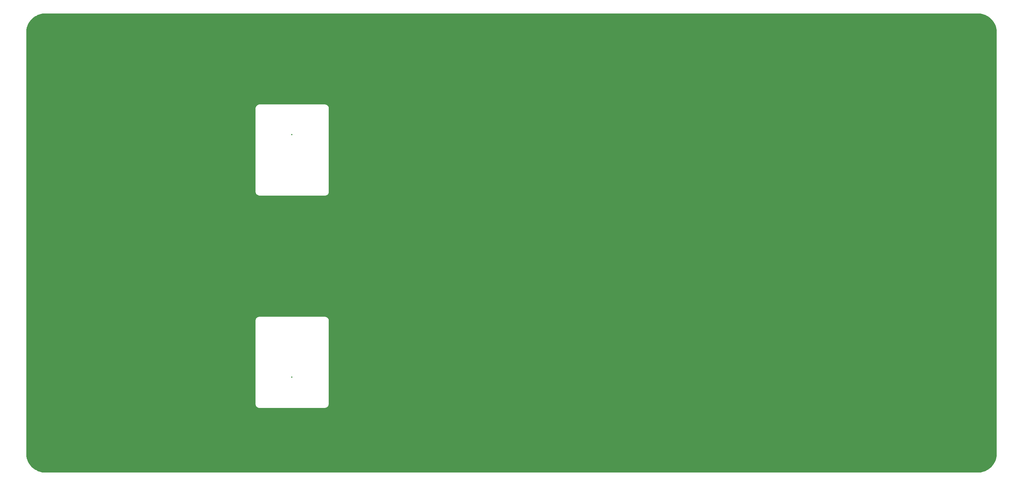
<source format=gbl>
%TF.GenerationSoftware,KiCad,Pcbnew,8.0.4*%
%TF.CreationDate,2024-09-14T13:16:14+09:30*%
%TF.ProjectId,Forte_PA_Deck,466f7274-655f-4504-915f-4465636b2e6b,1.0*%
%TF.SameCoordinates,Original*%
%TF.FileFunction,Copper,L2,Bot*%
%TF.FilePolarity,Positive*%
%FSLAX46Y46*%
G04 Gerber Fmt 4.6, Leading zero omitted, Abs format (unit mm)*
G04 Created by KiCad (PCBNEW 8.0.4) date 2024-09-14 13:16:14*
%MOMM*%
%LPD*%
G01*
G04 APERTURE LIST*
%TA.AperFunction,ComponentPad*%
%ADD10C,4.000000*%
%TD*%
%TA.AperFunction,ComponentPad*%
%ADD11O,1.600000X1.600000*%
%TD*%
%TA.AperFunction,ComponentPad*%
%ADD12O,2.500000X4.500000*%
%TD*%
%TA.AperFunction,ViaPad*%
%ADD13C,1.750000*%
%TD*%
%TA.AperFunction,ViaPad*%
%ADD14C,1.000000*%
%TD*%
%TA.AperFunction,ViaPad*%
%ADD15C,9.000000*%
%TD*%
%ADD16C,0.350000*%
G04 APERTURE END LIST*
D10*
%TO.P,J4,1,Pin_1*%
%TO.N,GND*%
X256790000Y-128000000D03*
X256790000Y-138800000D03*
X262000000Y-128000000D03*
X262000000Y-138800000D03*
X267210000Y-128000000D03*
X267210000Y-138800000D03*
%TD*%
D11*
%TO.P,TH1,2*%
%TO.N,GND*%
X94750000Y-54000000D03*
%TD*%
%TO.P,TH3,2*%
%TO.N,GND*%
X81750000Y-117440000D03*
%TD*%
D12*
%TO.P,Q2,2,S*%
%TO.N,GND*%
X94050000Y-108000000D03*
%TD*%
%TO.P,Q1,2,S*%
%TO.N,GND*%
X94050000Y-83800000D03*
%TD*%
D11*
%TO.P,TH2,2*%
%TO.N,GND*%
X81800000Y-74560000D03*
%TD*%
D13*
%TO.N,GND*%
X96000000Y-88500000D03*
D14*
X101828600Y-51054000D03*
X93065600Y-40335200D03*
X36550000Y-33250000D03*
X245850000Y-33250000D03*
X25000000Y-104050000D03*
X276250000Y-127700000D03*
D13*
X186750000Y-113000000D03*
D14*
X63231296Y-84974792D03*
X199500000Y-148000000D03*
X58250000Y-151500000D03*
D13*
X135166664Y-141750000D03*
X242916664Y-98250000D03*
D14*
X276250000Y-134600000D03*
D13*
X127249998Y-115750000D03*
X141583330Y-126000000D03*
D14*
X30750000Y-134750000D03*
X43000000Y-130000000D03*
X58500000Y-46750000D03*
X276250000Y-120800000D03*
X50250000Y-91050000D03*
X278750000Y-117700000D03*
X28000000Y-100550000D03*
X142350000Y-33250000D03*
X45750000Y-105550000D03*
X184550000Y-151500000D03*
X60550000Y-151500000D03*
D13*
X131583331Y-141750000D03*
X159500000Y-115750000D03*
X82000000Y-124250000D03*
D14*
X276250000Y-95500000D03*
X156150000Y-33250000D03*
X209850000Y-151500000D03*
D13*
X91500000Y-81500000D03*
X260833329Y-98250000D03*
D14*
X152000000Y-38000000D03*
D13*
X107400000Y-54600000D03*
D14*
X106000000Y-38000000D03*
X278750000Y-67450000D03*
X100507800Y-49149000D03*
X70500000Y-80750000D03*
X45750000Y-119350000D03*
D13*
X137999997Y-115750000D03*
X183583332Y-53000000D03*
D14*
X190300000Y-148000000D03*
X97200000Y-46900000D03*
X115750000Y-151500000D03*
X218250000Y-33250000D03*
D13*
X183333332Y-62250000D03*
X153333329Y-58750000D03*
D14*
X45750000Y-103250000D03*
D13*
X107150000Y-75600000D03*
X148749996Y-126000000D03*
D14*
X50250000Y-104850000D03*
X228250000Y-151500000D03*
X278750000Y-69750000D03*
X28000000Y-114350000D03*
D13*
X156916662Y-50000000D03*
D14*
X84407800Y-49149000D03*
X278750000Y-120000000D03*
D13*
X183749999Y-103250000D03*
D14*
X260450000Y-151500000D03*
X108850000Y-151500000D03*
X278750000Y-138400000D03*
D13*
X231416669Y-90750000D03*
D14*
X278750000Y-115400000D03*
X106800000Y-146500000D03*
X142800000Y-38000000D03*
X85850000Y-151500000D03*
D13*
X160500000Y-58750000D03*
X155916662Y-135500000D03*
X152333329Y-126000000D03*
D14*
X41600000Y-65600000D03*
D13*
X82000000Y-131750000D03*
D14*
X48750000Y-129750000D03*
D13*
X88166663Y-141750000D03*
D14*
X213650000Y-33250000D03*
X170750000Y-151500000D03*
X25000000Y-108650000D03*
X149250000Y-33250000D03*
D13*
X259000000Y-50083335D03*
D14*
X54250000Y-53000000D03*
X79200000Y-146500000D03*
X206400000Y-148000000D03*
X45750000Y-112450000D03*
X31700000Y-87750000D03*
X149700000Y-38000000D03*
D13*
X221416666Y-98250000D03*
D14*
X104500000Y-146500000D03*
X62850000Y-151500000D03*
X89450000Y-33250000D03*
D13*
X124416665Y-141750000D03*
X77416664Y-141750000D03*
X113666666Y-67250000D03*
D14*
X74200000Y-43200000D03*
X215950000Y-33250000D03*
D13*
X224999999Y-98250000D03*
D14*
X98207800Y-49149000D03*
X43750000Y-46000000D03*
X183400000Y-148000000D03*
X96350000Y-33250000D03*
X275750000Y-54700000D03*
X225150000Y-33250000D03*
X99900000Y-146500000D03*
X70500000Y-79250000D03*
X105550000Y-33250000D03*
X25000000Y-140850000D03*
X45750000Y-98650000D03*
D13*
X259000000Y-39333331D03*
X91500000Y-108750000D03*
D14*
X83550000Y-151500000D03*
D13*
X107150000Y-67350000D03*
D14*
X174800000Y-38000000D03*
D13*
X155916662Y-115750000D03*
D14*
X190900000Y-38000000D03*
X29750000Y-79250000D03*
X25000000Y-55750000D03*
X172250000Y-33250000D03*
X66500000Y-85500000D03*
X61515000Y-70060000D03*
X59750000Y-46750000D03*
X28000000Y-91350000D03*
D13*
X217833333Y-98250000D03*
D14*
X276250000Y-93200000D03*
X70500000Y-111250000D03*
D13*
X243450000Y-69950000D03*
D14*
X74350000Y-151500000D03*
D13*
X82000000Y-127750000D03*
D14*
X126700000Y-38000000D03*
X39000000Y-75000000D03*
D13*
X124666665Y-58750000D03*
D14*
X85700000Y-46900000D03*
X213300000Y-148000000D03*
X45750000Y-94050000D03*
X278750000Y-140700000D03*
D13*
X130833331Y-135500000D03*
X85000000Y-81600000D03*
D14*
X222850000Y-33250000D03*
X59000000Y-64250000D03*
D13*
X110083333Y-141750000D03*
D14*
X75750000Y-44500000D03*
X113450000Y-151500000D03*
X144650000Y-33250000D03*
X40500000Y-87700000D03*
X181450000Y-33250000D03*
X151550000Y-33250000D03*
X222500000Y-148000000D03*
X195250000Y-33250000D03*
X25000000Y-101750000D03*
X28000000Y-89050000D03*
D13*
X190916665Y-103250000D03*
D14*
X276250000Y-123100000D03*
D13*
X146166663Y-50000000D03*
D14*
X99528600Y-51054000D03*
X196050000Y-151500000D03*
X129000000Y-38000000D03*
D13*
X169000000Y-62250000D03*
D14*
X276250000Y-107000000D03*
X116000000Y-146500000D03*
X223650000Y-151500000D03*
D13*
X105750000Y-115750000D03*
X198499999Y-141250000D03*
X127999998Y-141750000D03*
D14*
X120350000Y-151500000D03*
X197800000Y-38000000D03*
X75900000Y-84900000D03*
X49500000Y-123750000D03*
D13*
X123666665Y-135500000D03*
D14*
X95300000Y-146500000D03*
X45750000Y-96350000D03*
X50250000Y-88750000D03*
D13*
X159500000Y-126000000D03*
D14*
X36500000Y-61500000D03*
X45750000Y-82550000D03*
X137750000Y-33250000D03*
D13*
X197916664Y-53000000D03*
D14*
X122650000Y-151500000D03*
X52650000Y-33250000D03*
X25000000Y-122450000D03*
D13*
X131833331Y-50000000D03*
X135416664Y-50000000D03*
D14*
X197200000Y-148000000D03*
D13*
X152333329Y-135500000D03*
X257000000Y-133500000D03*
D14*
X99500000Y-46900000D03*
D13*
X191333333Y-141250000D03*
X130833331Y-115750000D03*
D14*
X40500000Y-126800000D03*
X200100000Y-38000000D03*
X161750000Y-151500000D03*
X97100000Y-40400000D03*
D13*
X84900000Y-109500000D03*
D14*
X145650000Y-151500000D03*
D13*
X76000000Y-95750000D03*
D14*
X143600000Y-146500000D03*
X132100000Y-146500000D03*
X246650000Y-151500000D03*
X45750000Y-89450000D03*
X148200000Y-146500000D03*
X93607800Y-49149000D03*
X198350000Y-151500000D03*
X66450000Y-33250000D03*
X41250000Y-52500000D03*
D13*
X88000000Y-101300000D03*
D14*
X241250000Y-33250000D03*
D13*
X257200000Y-74450001D03*
X120083332Y-115750000D03*
D14*
X97228600Y-51054000D03*
X78828600Y-51054000D03*
D13*
X109333333Y-135500000D03*
D14*
X117050000Y-33250000D03*
X32250000Y-58250000D03*
D13*
X259000000Y-46500002D03*
D14*
X91000000Y-42000000D03*
D13*
X141583330Y-115750000D03*
X106750000Y-50000000D03*
D14*
X278750000Y-143000000D03*
X236000000Y-35500000D03*
X78740000Y-38963600D03*
X28000000Y-86750000D03*
D15*
X95000000Y-95750000D03*
D14*
X278750000Y-136100000D03*
X276250000Y-116200000D03*
D13*
X91500000Y-84500000D03*
D14*
X276250000Y-111600000D03*
X79950000Y-84925000D03*
X188600000Y-38000000D03*
X90328600Y-51054000D03*
X25000000Y-69550000D03*
X28000000Y-116650000D03*
X25000000Y-87950000D03*
X25000000Y-115550000D03*
D13*
X215416669Y-113000000D03*
D14*
X81100000Y-46900000D03*
X63250000Y-118000000D03*
X34250000Y-33250000D03*
X31250000Y-53750000D03*
D15*
X166000000Y-147000000D03*
D14*
X150500000Y-146500000D03*
X37550000Y-151500000D03*
X50250000Y-100250000D03*
X276250000Y-130000000D03*
D13*
X219166662Y-62250000D03*
X201499997Y-53000000D03*
D14*
X92750000Y-151500000D03*
X79807800Y-49149000D03*
X226000000Y-41500000D03*
X25000000Y-71850000D03*
D13*
X88000000Y-97000000D03*
D14*
X61785000Y-125550000D03*
X131850000Y-151500000D03*
X69750000Y-40750000D03*
X236000000Y-37250000D03*
D13*
X187333332Y-103250000D03*
X215999996Y-103250000D03*
D14*
X86100000Y-146500000D03*
D13*
X253666663Y-98250000D03*
D14*
X25000000Y-110950000D03*
D13*
X116499999Y-126000000D03*
D14*
X49050000Y-151500000D03*
D13*
X193916666Y-113000000D03*
D14*
X250450000Y-33250000D03*
X28000000Y-107450000D03*
D13*
X59499999Y-141750000D03*
D14*
X276250000Y-139200000D03*
X66000000Y-47000000D03*
D13*
X242166668Y-90750000D03*
D14*
X193200000Y-38000000D03*
X229750000Y-33250000D03*
X57500000Y-124000000D03*
X25000000Y-131650000D03*
X188350000Y-33250000D03*
D13*
X134416664Y-115750000D03*
D14*
X209050000Y-33250000D03*
X278750000Y-113100000D03*
D15*
X166000000Y-41000000D03*
D13*
X160500000Y-50000000D03*
D14*
X50250000Y-118650000D03*
X90300000Y-46900000D03*
X186300000Y-38000000D03*
X88028600Y-51054000D03*
D13*
X131583331Y-67250000D03*
D14*
X40500000Y-90000000D03*
X79500000Y-122500000D03*
X45750000Y-84850000D03*
X45750000Y-87150000D03*
X67250000Y-38000000D03*
X278750000Y-65150000D03*
X190650000Y-33250000D03*
X100950000Y-33250000D03*
X63100000Y-146500000D03*
X46250000Y-132250000D03*
X52000000Y-121250000D03*
X25000000Y-83350000D03*
D13*
X121083332Y-50000000D03*
X149499996Y-141750000D03*
X239333331Y-98250000D03*
D14*
X110600000Y-38000000D03*
X52750000Y-72750000D03*
D13*
X63083332Y-141750000D03*
D14*
X134400000Y-146500000D03*
X71900000Y-107300000D03*
X63250000Y-74000000D03*
X35250000Y-134750000D03*
X82000000Y-111250000D03*
X110150000Y-33250000D03*
X275750000Y-63900000D03*
X239750000Y-151500000D03*
X87150000Y-33250000D03*
X75250000Y-125000000D03*
X248950000Y-151500000D03*
X276250000Y-97800000D03*
X276250000Y-113900000D03*
X40750000Y-137750000D03*
D13*
X187166665Y-53000000D03*
X198383333Y-83000000D03*
D14*
X276250000Y-104700000D03*
X25000000Y-113250000D03*
X226000000Y-39750000D03*
X140500000Y-38000000D03*
X49750000Y-50250000D03*
X153850000Y-33250000D03*
X41250000Y-51250000D03*
X40500000Y-92300000D03*
X102200000Y-146500000D03*
X80000000Y-112000000D03*
D13*
X194499998Y-103250000D03*
D14*
X76750000Y-36750000D03*
X43300000Y-64000000D03*
X40500000Y-101500000D03*
D13*
X190499998Y-62250000D03*
D14*
X28000000Y-102850000D03*
X211350000Y-33250000D03*
X80500000Y-80250000D03*
X248150000Y-33250000D03*
X90765600Y-40335200D03*
D13*
X219583329Y-103250000D03*
X214250000Y-98250000D03*
D14*
X40500000Y-110700000D03*
X278750000Y-101600000D03*
X83800000Y-146500000D03*
X86165600Y-40335200D03*
X185700000Y-148000000D03*
D13*
X138999997Y-58750000D03*
D14*
X226000000Y-43799503D03*
D13*
X137999997Y-126000000D03*
X134416664Y-135500000D03*
D14*
X78800000Y-46900000D03*
D13*
X226750000Y-103250000D03*
X120833332Y-67250000D03*
D14*
X45750000Y-110150000D03*
X36000000Y-114300000D03*
D13*
X209249998Y-141250000D03*
X138749997Y-67250000D03*
X155916662Y-126000000D03*
D14*
X31500000Y-78250000D03*
X207000000Y-38000000D03*
X28000000Y-125850000D03*
X50250000Y-95650000D03*
X73350000Y-33250000D03*
D13*
X153083329Y-67250000D03*
D14*
X221350000Y-151500000D03*
X42150000Y-151500000D03*
D13*
X116499999Y-115750000D03*
X120833332Y-141750000D03*
X124416665Y-67250000D03*
D14*
X78765400Y-36750000D03*
D13*
X131833331Y-58750000D03*
D14*
X37000000Y-53250000D03*
X227100000Y-148000000D03*
D13*
X176166666Y-62250000D03*
D14*
X113700000Y-146500000D03*
X104851200Y-40741600D03*
D13*
X145166663Y-126000000D03*
D14*
X150250000Y-151500000D03*
X72700000Y-44800000D03*
X40500000Y-103800000D03*
X98650000Y-33250000D03*
X278750000Y-126900000D03*
D13*
X176583333Y-103250000D03*
X259000000Y-68000000D03*
D14*
X59000000Y-43250000D03*
X220800000Y-38000000D03*
X200650000Y-151500000D03*
D13*
X145166663Y-135500000D03*
D14*
X95000000Y-111250000D03*
D13*
X201249997Y-62250000D03*
D14*
X163050000Y-33250000D03*
X235150000Y-151500000D03*
X165350000Y-33250000D03*
X278750000Y-51350000D03*
D13*
X243450000Y-73533333D03*
X127249998Y-126000000D03*
D14*
X48050000Y-33250000D03*
D13*
X259149999Y-145600000D03*
D14*
X88400000Y-146500000D03*
X25000000Y-124750000D03*
D13*
X166900000Y-106400000D03*
X105750000Y-126000000D03*
D14*
X278750000Y-133800000D03*
X278750000Y-58250000D03*
X34000000Y-87750000D03*
D13*
X250083330Y-98250000D03*
X205549999Y-83000000D03*
D14*
X43450000Y-33250000D03*
D13*
X70249998Y-141750000D03*
D14*
X135900000Y-38000000D03*
X91307800Y-49149000D03*
X126250000Y-33250000D03*
D13*
X194916666Y-141250000D03*
X55916666Y-141750000D03*
X145916663Y-141750000D03*
D14*
X79900000Y-107300000D03*
X179400000Y-38000000D03*
D13*
X145916663Y-67250000D03*
X259000000Y-57250001D03*
D14*
X83800000Y-41900000D03*
X125200000Y-146500000D03*
X63250000Y-116500000D03*
X227750000Y-67000000D03*
X66750000Y-79000000D03*
X197550000Y-33250000D03*
D13*
X117249999Y-141750000D03*
D14*
X83500000Y-40300000D03*
X278750000Y-37550000D03*
X40500000Y-113000000D03*
D13*
X223000000Y-53000000D03*
D14*
X50250000Y-116350000D03*
X278750000Y-60550000D03*
X45750000Y-117050000D03*
X35250000Y-140750000D03*
X195500000Y-38000000D03*
D13*
X84583330Y-141750000D03*
D14*
X237450000Y-151500000D03*
X25000000Y-120150000D03*
D13*
X251983333Y-145600000D03*
X130833331Y-126000000D03*
D14*
X65500000Y-65500000D03*
X158900000Y-38000000D03*
X76700000Y-43100000D03*
X191450000Y-151500000D03*
X97600000Y-146500000D03*
X209300000Y-38000000D03*
X119800000Y-38000000D03*
X177650000Y-151500000D03*
X36250000Y-66750000D03*
D13*
X95333329Y-141750000D03*
D14*
X118300000Y-146500000D03*
D13*
X264166666Y-133500000D03*
X127999998Y-67250000D03*
X82600000Y-71200000D03*
D15*
X271000000Y-147000000D03*
D13*
X197666664Y-62250000D03*
D14*
X172500000Y-38000000D03*
X232850000Y-151500000D03*
X127250000Y-151500000D03*
X104250000Y-151500000D03*
X72050000Y-151500000D03*
X66000000Y-50000000D03*
X40500000Y-94600000D03*
X50350000Y-33250000D03*
X40500000Y-78500000D03*
X174550000Y-33250000D03*
X181700000Y-38000000D03*
X227450000Y-33250000D03*
D13*
X153083329Y-141750000D03*
D14*
X63750000Y-92000000D03*
X44450000Y-151500000D03*
X70000000Y-146500000D03*
X232050000Y-33250000D03*
X186850000Y-151500000D03*
D13*
X91000000Y-103100000D03*
D14*
X88465600Y-40335200D03*
X38000000Y-134750000D03*
X50250000Y-86450000D03*
D13*
X242883333Y-56050000D03*
D14*
X25000000Y-127050000D03*
D13*
X88000000Y-89800000D03*
X73000000Y-95750000D03*
D14*
X69700000Y-52500000D03*
X117500000Y-38000000D03*
X65150000Y-151500000D03*
D13*
X239300000Y-56050000D03*
D14*
X30750000Y-58250000D03*
D13*
X208833330Y-103250000D03*
X116499999Y-135500000D03*
D14*
X178800000Y-148000000D03*
D13*
X257200000Y-78033334D03*
X180166666Y-103250000D03*
D14*
X77400000Y-115950000D03*
D13*
X148749996Y-135500000D03*
D14*
X112450000Y-33250000D03*
D13*
X107400000Y-58850000D03*
D14*
X40500000Y-124500000D03*
X101950000Y-151500000D03*
X112900000Y-38000000D03*
D13*
X162100000Y-112200000D03*
D14*
X81500000Y-146500000D03*
X64150000Y-33250000D03*
X42050000Y-55500000D03*
X82550000Y-33250000D03*
D13*
X246499997Y-98250000D03*
D14*
X275750000Y-66200000D03*
X25000000Y-90250000D03*
X278750000Y-44450000D03*
X176850000Y-33250000D03*
D13*
X208249998Y-113000000D03*
D14*
X50250000Y-97950000D03*
X89500000Y-53000000D03*
X234350000Y-33250000D03*
X63750000Y-99750000D03*
X127500000Y-146500000D03*
X40500000Y-115300000D03*
X25000000Y-74150000D03*
X38250000Y-140000000D03*
X51500000Y-40000000D03*
D13*
X141583330Y-135500000D03*
D14*
X265050000Y-151500000D03*
X229400000Y-148000000D03*
X108300000Y-38000000D03*
D13*
X91500000Y-106500000D03*
D14*
X25000000Y-81050000D03*
X208700000Y-148000000D03*
X40500000Y-99200000D03*
X189150000Y-151500000D03*
X28000000Y-123550000D03*
X25000000Y-44250000D03*
X45250000Y-60200000D03*
D13*
X179749999Y-62250000D03*
D14*
X45750000Y-114750000D03*
D13*
X95500000Y-103000000D03*
D14*
X83000000Y-80500000D03*
X79000000Y-59800000D03*
D13*
X142583330Y-50000000D03*
D14*
X278750000Y-103900000D03*
D13*
X187750000Y-141250000D03*
D14*
X202150000Y-33250000D03*
X28000000Y-118950000D03*
X50250000Y-79550000D03*
X40500000Y-122200000D03*
X74000000Y-51000000D03*
X173050000Y-151500000D03*
X38850000Y-33250000D03*
X88000000Y-46900000D03*
X136450000Y-151500000D03*
D13*
X197499999Y-113000000D03*
D14*
X176500000Y-148000000D03*
X59000000Y-66000000D03*
D13*
X138749997Y-141750000D03*
D14*
X129800000Y-146500000D03*
X83000000Y-86750000D03*
X158450000Y-33250000D03*
X91750000Y-33250000D03*
X278750000Y-99300000D03*
X40500000Y-119900000D03*
X122100000Y-38000000D03*
X57750000Y-76000000D03*
X51250000Y-127250000D03*
X275750000Y-52400000D03*
X25000000Y-94850000D03*
D13*
X135416664Y-58750000D03*
D14*
X95050000Y-151500000D03*
X45750000Y-123950000D03*
X227750000Y-65250000D03*
X111400000Y-146500000D03*
X81500000Y-101250000D03*
X45750000Y-91750000D03*
D13*
X268000000Y-98250000D03*
X82600000Y-62200000D03*
D14*
X80500000Y-69250000D03*
X276250000Y-141500000D03*
X77507800Y-49149000D03*
X72500000Y-125000000D03*
X109100000Y-146500000D03*
X41250000Y-75000000D03*
X216200000Y-38000000D03*
D13*
X172583333Y-62250000D03*
D14*
X278750000Y-49050000D03*
X220550000Y-33250000D03*
D13*
X113916666Y-58750000D03*
D14*
X25000000Y-92550000D03*
X37500000Y-78250000D03*
X218500000Y-38000000D03*
D13*
X156916662Y-58750000D03*
X201083332Y-113000000D03*
D14*
X92250000Y-111250000D03*
X76650000Y-151500000D03*
X264250000Y-33250000D03*
D13*
X153333329Y-50000000D03*
D14*
X43750000Y-78250000D03*
X71050000Y-33250000D03*
X202400000Y-38000000D03*
X60800000Y-146500000D03*
X76500000Y-46900000D03*
X252750000Y-33250000D03*
D13*
X120083332Y-126000000D03*
D14*
X179150000Y-33250000D03*
X25000000Y-51150000D03*
X40500000Y-85400000D03*
D13*
X190333333Y-113000000D03*
D14*
X68750000Y-87250000D03*
D13*
X190749998Y-53000000D03*
X205666665Y-141250000D03*
D14*
X25000000Y-76450000D03*
X49250000Y-68750000D03*
D13*
X127249998Y-135500000D03*
D14*
X74600000Y-146500000D03*
X278750000Y-39850000D03*
X57750000Y-115000000D03*
D13*
X124666665Y-50000000D03*
D14*
X53000000Y-46750000D03*
D13*
X159500000Y-135500000D03*
D14*
X278750000Y-106200000D03*
D13*
X84750000Y-97000000D03*
X205083330Y-53000000D03*
D14*
X25000000Y-99450000D03*
X67700000Y-146500000D03*
X43750000Y-134500000D03*
X169950000Y-33250000D03*
D13*
X149749996Y-58750000D03*
D14*
X225400000Y-38000000D03*
D13*
X123666665Y-115750000D03*
X259000000Y-60833334D03*
X194800000Y-83000000D03*
D14*
X75650000Y-33250000D03*
D13*
X223166662Y-103250000D03*
X103900000Y-94200000D03*
X149499996Y-67250000D03*
D14*
X111150000Y-151500000D03*
D13*
X257200000Y-81616667D03*
D14*
X120600000Y-146500000D03*
X25000000Y-78750000D03*
X57750000Y-73750000D03*
X77950000Y-33250000D03*
D13*
X216416669Y-141250000D03*
D14*
X238950000Y-33250000D03*
X130850000Y-33250000D03*
X154300000Y-38000000D03*
X278750000Y-124600000D03*
X56250000Y-124000000D03*
D13*
X160250000Y-141750000D03*
X82600000Y-65000000D03*
D14*
X77750000Y-66000000D03*
X25000000Y-46550000D03*
D13*
X232166665Y-98250000D03*
D14*
X43750000Y-44000000D03*
X141300000Y-146500000D03*
X28000000Y-128150000D03*
D13*
X215833329Y-53000000D03*
D14*
X204450000Y-33250000D03*
X124950000Y-151500000D03*
X33000000Y-134750000D03*
X28000000Y-84450000D03*
X244350000Y-151500000D03*
X204700000Y-38000000D03*
X152550000Y-151500000D03*
D13*
X228583332Y-98250000D03*
D14*
X212150000Y-151500000D03*
X36000000Y-116600000D03*
D13*
X198383333Y-73400000D03*
X227833331Y-90750000D03*
D14*
X141050000Y-151500000D03*
X202950000Y-151500000D03*
X225950000Y-151500000D03*
X46250000Y-75000000D03*
X50900000Y-64900000D03*
D13*
X105750000Y-130750000D03*
D14*
X40250000Y-68000000D03*
D13*
X88000000Y-94500000D03*
D14*
X278750000Y-55950000D03*
D13*
X164500000Y-109300000D03*
D14*
X50250000Y-107150000D03*
X204100000Y-148000000D03*
X227700000Y-38000000D03*
X44000000Y-75000000D03*
X276250000Y-100100000D03*
D13*
X205549999Y-73400000D03*
D14*
X76581000Y-39014400D03*
X217900000Y-148000000D03*
X275750000Y-50100000D03*
X107850000Y-33250000D03*
D13*
X248400000Y-145600000D03*
D14*
X216750000Y-151500000D03*
X57750000Y-117000000D03*
X53650000Y-151500000D03*
X50250000Y-111750000D03*
X102666800Y-45237400D03*
X39600000Y-63300000D03*
D13*
X113666666Y-141750000D03*
X112916666Y-135500000D03*
X257200000Y-85200000D03*
X142333330Y-141750000D03*
D14*
X72750000Y-120750000D03*
X74500000Y-73250000D03*
X257350000Y-33250000D03*
D13*
X80999997Y-141750000D03*
D14*
X278750000Y-94700000D03*
X93000000Y-146500000D03*
X56500000Y-46750000D03*
X86707800Y-49149000D03*
X253550000Y-151500000D03*
X28000000Y-105150000D03*
D13*
X121083332Y-58750000D03*
D14*
X51000000Y-74500000D03*
D13*
X219416662Y-53000000D03*
D14*
X45750000Y-100950000D03*
X70250000Y-62250000D03*
D13*
X235000002Y-90750000D03*
D14*
X45750000Y-33250000D03*
X131300000Y-38000000D03*
D13*
X101300000Y-95900000D03*
D14*
X25000000Y-85650000D03*
X227750000Y-60000000D03*
X213900000Y-38000000D03*
X45750000Y-80250000D03*
X76500000Y-51000000D03*
X276250000Y-132300000D03*
X242050000Y-151500000D03*
X160750000Y-33250000D03*
D13*
X201966666Y-73400000D03*
D14*
X122900000Y-146500000D03*
D13*
X52333333Y-141750000D03*
D14*
X95326200Y-40360600D03*
X83600000Y-57600000D03*
D13*
X123666665Y-126000000D03*
D14*
X45750000Y-121650000D03*
D13*
X242900000Y-49850000D03*
D14*
X275750000Y-61600000D03*
X63500000Y-55250000D03*
X230250000Y-49750000D03*
D13*
X128249998Y-50000000D03*
D14*
X25000000Y-67250000D03*
X49250000Y-67000000D03*
X28500000Y-140750000D03*
X245500000Y-37500000D03*
X278750000Y-42150000D03*
X97350000Y-151500000D03*
X262750000Y-151500000D03*
X245500000Y-35750000D03*
X97500000Y-53250000D03*
X40300000Y-55500000D03*
X276250000Y-136900000D03*
X25000000Y-64950000D03*
X219050000Y-151500000D03*
X83000000Y-105250000D03*
X50900000Y-63200000D03*
X255850000Y-151500000D03*
X50250000Y-102550000D03*
X28000000Y-109750000D03*
X192950000Y-33250000D03*
X94928600Y-51054000D03*
X49750000Y-71500000D03*
X143350000Y-151500000D03*
X68750000Y-33250000D03*
X25000000Y-106350000D03*
X74000000Y-48500000D03*
X133150000Y-33250000D03*
X121650000Y-33250000D03*
X186050000Y-33250000D03*
X134150000Y-151500000D03*
X278750000Y-108500000D03*
X45250000Y-128000000D03*
X53000000Y-55750000D03*
X188000000Y-148000000D03*
D13*
X73833331Y-141750000D03*
D14*
X61850000Y-33250000D03*
X106550000Y-151500000D03*
X224800000Y-148000000D03*
X40500000Y-108400000D03*
X251250000Y-151500000D03*
X25000000Y-133950000D03*
D13*
X135166664Y-67250000D03*
D14*
X227750000Y-62250000D03*
X28000000Y-132750000D03*
X275750000Y-47800000D03*
X58000000Y-92000000D03*
X211600000Y-38000000D03*
X77250000Y-123750000D03*
X278750000Y-46750000D03*
X181100000Y-148000000D03*
X36000000Y-112000000D03*
X47500000Y-125750000D03*
X50250000Y-114050000D03*
X206750000Y-33250000D03*
X278750000Y-53650000D03*
D13*
X259000000Y-53666668D03*
D14*
X119350000Y-33250000D03*
D13*
X91200000Y-88500000D03*
X179999999Y-53000000D03*
D14*
X76900000Y-146500000D03*
X220200000Y-148000000D03*
X70500000Y-112500000D03*
X55250000Y-46750000D03*
D13*
X145166663Y-115750000D03*
D14*
X103759000Y-43205400D03*
X167650000Y-33250000D03*
D13*
X110333333Y-50000000D03*
D14*
X276250000Y-109300000D03*
D13*
X82000000Y-135500000D03*
D14*
X147400000Y-38000000D03*
D13*
X260583333Y-133500000D03*
D14*
X58500000Y-146500000D03*
X53250000Y-43250000D03*
X61750000Y-40250000D03*
X139000000Y-146500000D03*
X47000000Y-78250000D03*
X138750000Y-151500000D03*
D13*
X173000000Y-103250000D03*
D14*
X25000000Y-129350000D03*
X205250000Y-151500000D03*
X136700000Y-146500000D03*
X67250000Y-62250000D03*
X182250000Y-151500000D03*
D13*
X102500000Y-141750000D03*
D14*
X278750000Y-97000000D03*
X90700000Y-146500000D03*
D15*
X199000000Y-96000000D03*
D14*
X28000000Y-130450000D03*
D13*
X212416663Y-103250000D03*
D14*
X50250000Y-93350000D03*
D13*
X215583329Y-62250000D03*
D14*
X82107800Y-49149000D03*
X25000000Y-60350000D03*
X140050000Y-33250000D03*
D13*
X91749996Y-141750000D03*
D14*
X50250000Y-81850000D03*
D13*
X238583335Y-90750000D03*
X194800000Y-73400000D03*
D14*
X85728600Y-51054000D03*
D13*
X142583330Y-58750000D03*
D14*
X214450000Y-151500000D03*
X72750000Y-119500000D03*
X43750000Y-40000000D03*
X39500000Y-133000000D03*
X32250000Y-65500000D03*
D13*
X222750000Y-62250000D03*
X264416662Y-98250000D03*
D14*
X43250000Y-60200000D03*
X276250000Y-102400000D03*
X82000000Y-121250000D03*
D13*
X117499999Y-50000000D03*
D14*
X207550000Y-151500000D03*
X34750000Y-61500000D03*
X89007800Y-49149000D03*
X28000000Y-112050000D03*
X94900000Y-46900000D03*
D13*
X201966666Y-83000000D03*
D14*
X275750000Y-57000000D03*
X40500000Y-96900000D03*
D15*
X271000000Y-41000000D03*
D14*
X192600000Y-148000000D03*
D13*
X194083331Y-62250000D03*
D14*
X275750000Y-59300000D03*
X129550000Y-151500000D03*
D13*
X211999996Y-62250000D03*
D14*
X75900000Y-107300000D03*
D13*
X211833331Y-113000000D03*
D14*
X231700000Y-148000000D03*
X81128600Y-51054000D03*
X177100000Y-38000000D03*
X32000000Y-140750000D03*
X81250000Y-151500000D03*
X115200000Y-38000000D03*
X211000000Y-148000000D03*
X40500000Y-106100000D03*
X145900000Y-146500000D03*
X25000000Y-136250000D03*
X147950000Y-151500000D03*
X25000000Y-97150000D03*
X183750000Y-33250000D03*
X28000000Y-121250000D03*
X25000000Y-48850000D03*
D13*
X82600000Y-68000000D03*
X201666664Y-103250000D03*
X105750000Y-135500000D03*
D14*
X65400000Y-146500000D03*
D13*
X204666665Y-113000000D03*
D14*
X193750000Y-151500000D03*
X90450000Y-151500000D03*
X157150000Y-151500000D03*
X114750000Y-33250000D03*
D13*
X68600000Y-95800000D03*
D14*
X48250000Y-73250000D03*
X215600000Y-148000000D03*
D13*
X249333334Y-90750000D03*
D14*
X84850000Y-33250000D03*
D13*
X256500000Y-90750000D03*
D14*
X275750000Y-45500000D03*
D13*
X172833333Y-53000000D03*
X259000000Y-64416667D03*
D14*
X67450000Y-151500000D03*
D13*
X156666662Y-141750000D03*
D14*
X83464400Y-38125400D03*
X278750000Y-122300000D03*
D13*
X63250000Y-95750000D03*
D14*
X159450000Y-151500000D03*
X85500000Y-53000000D03*
X276250000Y-125400000D03*
X91100000Y-38500000D03*
X34500000Y-78250000D03*
D13*
X105750000Y-120750000D03*
D14*
X82000000Y-120000000D03*
X83428600Y-51054000D03*
D13*
X169600000Y-104000000D03*
D14*
X70750000Y-65500000D03*
D13*
X186916665Y-62250000D03*
X268000000Y-62149999D03*
D14*
X50250000Y-109450000D03*
D13*
X109333333Y-115750000D03*
D14*
X146950000Y-33250000D03*
X230250000Y-52750000D03*
X73000000Y-39750000D03*
D13*
X128249998Y-58750000D03*
D14*
X59750000Y-40250000D03*
D13*
X208666663Y-53000000D03*
D14*
X99650000Y-151500000D03*
X128550000Y-33250000D03*
X73750000Y-56750000D03*
X65250000Y-58250000D03*
X199850000Y-33250000D03*
X28000000Y-81000000D03*
X25000000Y-138550000D03*
D13*
X239316667Y-49850000D03*
X268000000Y-54983333D03*
D14*
X25000000Y-58050000D03*
X275750000Y-68500000D03*
D13*
X149749996Y-50000000D03*
X112916666Y-115750000D03*
X204833330Y-62250000D03*
D14*
X145100000Y-38000000D03*
X39850000Y-151500000D03*
D13*
X137999997Y-135500000D03*
X198083331Y-103250000D03*
D14*
X45750000Y-107850000D03*
D13*
X81750000Y-95750000D03*
X257249996Y-98250000D03*
D14*
X66250000Y-106500000D03*
X28000000Y-93650000D03*
X92600000Y-46900000D03*
D13*
X66666665Y-141750000D03*
D14*
X69750000Y-151500000D03*
X45000000Y-63950000D03*
D13*
X268000000Y-51400000D03*
D14*
X278750000Y-110800000D03*
D13*
X109333333Y-126000000D03*
X113916666Y-50000000D03*
X107150000Y-63350000D03*
X156666662Y-67250000D03*
D14*
X83000000Y-83750000D03*
X55950000Y-151500000D03*
D13*
X117249999Y-67250000D03*
D14*
X276250000Y-118500000D03*
X25000000Y-62650000D03*
X258150000Y-151500000D03*
D13*
X205249997Y-103250000D03*
D14*
X80250000Y-33250000D03*
D13*
X202083332Y-141250000D03*
D14*
X57750000Y-100000000D03*
X68500000Y-105000000D03*
D13*
X106500000Y-141750000D03*
X148749996Y-115750000D03*
D14*
X63750000Y-106750000D03*
X278750000Y-62850000D03*
D13*
X120083332Y-135500000D03*
D14*
X103250000Y-33250000D03*
X138200000Y-38000000D03*
X123950000Y-33250000D03*
X53750000Y-125250000D03*
X81700994Y-53200000D03*
X57250000Y-33250000D03*
X133600000Y-38000000D03*
X83400000Y-46900000D03*
X40500000Y-129100000D03*
X278750000Y-131500000D03*
X62000000Y-55250000D03*
X154850000Y-151500000D03*
X40500000Y-117600000D03*
D13*
X252916667Y-90750000D03*
D14*
X81500000Y-90750000D03*
X61500000Y-46750000D03*
X95907800Y-49149000D03*
X28000000Y-98250000D03*
X83000000Y-108000000D03*
D13*
X208416663Y-62250000D03*
D14*
X71850000Y-84875000D03*
X92628600Y-51054000D03*
X74100000Y-44800000D03*
X59550000Y-33250000D03*
D13*
X134416664Y-126000000D03*
X152333329Y-115750000D03*
D14*
X184000000Y-38000000D03*
D13*
X268000000Y-58566666D03*
D14*
X41150000Y-33250000D03*
X201800000Y-148000000D03*
X194900000Y-148000000D03*
X230250000Y-51250000D03*
X124400000Y-38000000D03*
D13*
X267749999Y-133500000D03*
X245750001Y-90750000D03*
D14*
X72300000Y-146500000D03*
X223100000Y-38000000D03*
D15*
X31000000Y-41000000D03*
D14*
X179950000Y-151500000D03*
X175350000Y-151500000D03*
X54950000Y-33250000D03*
D13*
X212249996Y-53000000D03*
X259000000Y-42916669D03*
X79000000Y-95750000D03*
D14*
X94050000Y-33250000D03*
X77450000Y-76050000D03*
X78950000Y-151500000D03*
D13*
X235749998Y-98250000D03*
X160250000Y-67250000D03*
X84750000Y-94500000D03*
X142333330Y-67250000D03*
X98916662Y-141750000D03*
X194333331Y-53000000D03*
X112916666Y-126000000D03*
X255566666Y-145600000D03*
D14*
X52500000Y-50000000D03*
D15*
X31000000Y-147000000D03*
D14*
X230550000Y-151500000D03*
X51350000Y-151500000D03*
X33500000Y-65500000D03*
D13*
X212833331Y-141250000D03*
D14*
X40500000Y-80800000D03*
X29400000Y-74000000D03*
D13*
X117499999Y-58750000D03*
X107150000Y-71850000D03*
D14*
X278750000Y-129200000D03*
X135450000Y-33250000D03*
X118050000Y-151500000D03*
X28000000Y-95950000D03*
X88150000Y-151500000D03*
D13*
X169250000Y-53000000D03*
D14*
X50250000Y-84150000D03*
X46750000Y-151500000D03*
X25000000Y-53450000D03*
X32750000Y-50500000D03*
X25000000Y-117850000D03*
D13*
X146166663Y-58750000D03*
D14*
X50250000Y-77250000D03*
X259650000Y-33250000D03*
D13*
X101300000Y-92800000D03*
D14*
X261950000Y-33250000D03*
D13*
X59000000Y-95750000D03*
D14*
X36300000Y-87750000D03*
X40500000Y-83100000D03*
D13*
X176416666Y-53000000D03*
D14*
X101625400Y-47218600D03*
D13*
X48750000Y-141750000D03*
X138999997Y-50000000D03*
D14*
X156600000Y-38000000D03*
X255050000Y-33250000D03*
X243550000Y-33250000D03*
X236650000Y-33250000D03*
X63250000Y-75750000D03*
%TD*%
%TA.AperFunction,Conductor*%
%TO.N,GND*%
G36*
X275000641Y-32000006D02*
G01*
X275213481Y-32002328D01*
X275222915Y-32002792D01*
X275647552Y-32039943D01*
X275658270Y-32041354D01*
X276077393Y-32115256D01*
X276087921Y-32117590D01*
X276499033Y-32227747D01*
X276509322Y-32230992D01*
X276909255Y-32376555D01*
X276919221Y-32380683D01*
X277304942Y-32560547D01*
X277314528Y-32565538D01*
X277683088Y-32778326D01*
X277692207Y-32784135D01*
X278040820Y-33028237D01*
X278049402Y-33034822D01*
X278375420Y-33308383D01*
X278383395Y-33315692D01*
X278684307Y-33616604D01*
X278691616Y-33624579D01*
X278965177Y-33950597D01*
X278971762Y-33959179D01*
X279215864Y-34307792D01*
X279221676Y-34316916D01*
X279434459Y-34685467D01*
X279439454Y-34695062D01*
X279619310Y-35080764D01*
X279623450Y-35090759D01*
X279769003Y-35490664D01*
X279772256Y-35500980D01*
X279882405Y-35912061D01*
X279884746Y-35922623D01*
X279958644Y-36341725D01*
X279960056Y-36352450D01*
X279997206Y-36777073D01*
X279997671Y-36786527D01*
X279999993Y-36999357D01*
X280000000Y-37000710D01*
X280000000Y-147999289D01*
X279999993Y-148000642D01*
X279997671Y-148213472D01*
X279997206Y-148222926D01*
X279960056Y-148647549D01*
X279958644Y-148658274D01*
X279884746Y-149077376D01*
X279882405Y-149087938D01*
X279772256Y-149499019D01*
X279769003Y-149509335D01*
X279623450Y-149909240D01*
X279619310Y-149919235D01*
X279439454Y-150304937D01*
X279434459Y-150314532D01*
X279221676Y-150683083D01*
X279215864Y-150692207D01*
X278971762Y-151040820D01*
X278965177Y-151049402D01*
X278691616Y-151375420D01*
X278684307Y-151383395D01*
X278383395Y-151684307D01*
X278375420Y-151691616D01*
X278049402Y-151965177D01*
X278040820Y-151971762D01*
X277692207Y-152215864D01*
X277683083Y-152221676D01*
X277314532Y-152434459D01*
X277304937Y-152439454D01*
X276919235Y-152619310D01*
X276909240Y-152623450D01*
X276509335Y-152769003D01*
X276499019Y-152772256D01*
X276087938Y-152882405D01*
X276077376Y-152884746D01*
X275658274Y-152958644D01*
X275647549Y-152960056D01*
X275222926Y-152997206D01*
X275213472Y-152997671D01*
X275005455Y-152999940D01*
X275000640Y-152999993D01*
X274999290Y-153000000D01*
X29000653Y-153000000D01*
X28999339Y-152999993D01*
X28786549Y-152997738D01*
X28777056Y-152997273D01*
X28352444Y-152960124D01*
X28341719Y-152958712D01*
X27922605Y-152884811D01*
X27912044Y-152882470D01*
X27706503Y-152827396D01*
X27500958Y-152772320D01*
X27490649Y-152769070D01*
X27090730Y-152623511D01*
X27080738Y-152619373D01*
X26695031Y-152439514D01*
X26685436Y-152434519D01*
X26316874Y-152221729D01*
X26307751Y-152215917D01*
X25959144Y-151971820D01*
X25950562Y-151965235D01*
X25624534Y-151691666D01*
X25616558Y-151684357D01*
X25315642Y-151383441D01*
X25308333Y-151375465D01*
X25034764Y-151049437D01*
X25028179Y-151040855D01*
X24784082Y-150692248D01*
X24778270Y-150683125D01*
X24565480Y-150314563D01*
X24560485Y-150304968D01*
X24560471Y-150304937D01*
X24380615Y-149919235D01*
X24376492Y-149909281D01*
X24230924Y-149509335D01*
X24227683Y-149499056D01*
X24117525Y-149087938D01*
X24115188Y-149077394D01*
X24041287Y-148658280D01*
X24039875Y-148647555D01*
X24035366Y-148596019D01*
X24002725Y-148222926D01*
X24002261Y-148213465D01*
X24000007Y-148000642D01*
X24000000Y-147999346D01*
X24000000Y-112949986D01*
X84478553Y-112949986D01*
X84478553Y-112950000D01*
X84478553Y-134950000D01*
X84480960Y-135048245D01*
X84480960Y-135048254D01*
X84480961Y-135048263D01*
X84519295Y-135240986D01*
X84519297Y-135240993D01*
X84594497Y-135422546D01*
X84594501Y-135422553D01*
X84703669Y-135585941D01*
X84703674Y-135585948D01*
X84842618Y-135724897D01*
X84842622Y-135724901D01*
X85006012Y-135834081D01*
X85006010Y-135834081D01*
X85187560Y-135909289D01*
X85187561Y-135909289D01*
X85187563Y-135909290D01*
X85380297Y-135947635D01*
X85472350Y-135949850D01*
X85478550Y-135950000D01*
X85478553Y-135950000D01*
X102771432Y-135950000D01*
X102771446Y-135950000D01*
X102869697Y-135947588D01*
X102869706Y-135947586D01*
X102869708Y-135947586D01*
X102964739Y-135928679D01*
X103062423Y-135909245D01*
X103243965Y-135834040D01*
X103407348Y-135724864D01*
X103546294Y-135585913D01*
X103655462Y-135422525D01*
X103730658Y-135240979D01*
X103768993Y-135048251D01*
X103771446Y-134950000D01*
X103771446Y-112950000D01*
X103769197Y-112851732D01*
X103730853Y-112658973D01*
X103730852Y-112658972D01*
X103730851Y-112658966D01*
X103655672Y-112477476D01*
X103655640Y-112477398D01*
X103546447Y-112313987D01*
X103407471Y-112175019D01*
X103407467Y-112175016D01*
X103407465Y-112175014D01*
X103244060Y-112065838D01*
X103244055Y-112065835D01*
X103062475Y-111990631D01*
X102869721Y-111952298D01*
X102869710Y-111952297D01*
X102771451Y-111950000D01*
X102771446Y-111950000D01*
X85478553Y-111950000D01*
X85386852Y-111952251D01*
X85380301Y-111952412D01*
X85380290Y-111952413D01*
X85187581Y-111990753D01*
X85187570Y-111990756D01*
X85006033Y-112065959D01*
X84842652Y-112175134D01*
X84842648Y-112175138D01*
X84703710Y-112314081D01*
X84703705Y-112314088D01*
X84594542Y-112477468D01*
X84594538Y-112477475D01*
X84519342Y-112659019D01*
X84519340Y-112659026D01*
X84481007Y-112851740D01*
X84481006Y-112851755D01*
X84478553Y-112949986D01*
X24000000Y-112949986D01*
X24000000Y-57000007D01*
X84500000Y-57000007D01*
X84500000Y-78999992D01*
X84502407Y-79098252D01*
X84502408Y-79098261D01*
X84540742Y-79290979D01*
X84540744Y-79290987D01*
X84615943Y-79472533D01*
X84615948Y-79472543D01*
X84725118Y-79635927D01*
X84725121Y-79635931D01*
X84864068Y-79774878D01*
X84864072Y-79774881D01*
X85027456Y-79884051D01*
X85027460Y-79884053D01*
X85027463Y-79884055D01*
X85209013Y-79959256D01*
X85401746Y-79997593D01*
X85500000Y-80000000D01*
X102792872Y-80000000D01*
X102792893Y-80000000D01*
X102891163Y-79997751D01*
X103083928Y-79959409D01*
X103084298Y-79959256D01*
X103140532Y-79935963D01*
X103265508Y-79884198D01*
X103318970Y-79848475D01*
X103428918Y-79775012D01*
X103428919Y-79775010D01*
X103428926Y-79775006D01*
X103567902Y-79636031D01*
X103677094Y-79472614D01*
X103752307Y-79291034D01*
X103790651Y-79098270D01*
X103792893Y-79000000D01*
X103792893Y-57000000D01*
X103790644Y-56901730D01*
X103752301Y-56708968D01*
X103677088Y-56527389D01*
X103567896Y-56363973D01*
X103567893Y-56363969D01*
X103428926Y-56225002D01*
X103265508Y-56115811D01*
X103265507Y-56115810D01*
X103265505Y-56115809D01*
X103265502Y-56115807D01*
X103265497Y-56115805D01*
X103083929Y-56040598D01*
X103083927Y-56040597D01*
X103083926Y-56040597D01*
X102988853Y-56021686D01*
X102891159Y-56002255D01*
X102792908Y-56000000D01*
X102792893Y-56000000D01*
X85500000Y-56000000D01*
X85401746Y-56002407D01*
X85401744Y-56002407D01*
X85401738Y-56002408D01*
X85209020Y-56040742D01*
X85209012Y-56040744D01*
X85027466Y-56115943D01*
X85027456Y-56115948D01*
X84864072Y-56225118D01*
X84864068Y-56225121D01*
X84725121Y-56364068D01*
X84725118Y-56364072D01*
X84615948Y-56527456D01*
X84615943Y-56527466D01*
X84540744Y-56709012D01*
X84540742Y-56709020D01*
X84502408Y-56901738D01*
X84502407Y-56901747D01*
X84500000Y-57000007D01*
X24000000Y-57000007D01*
X24000000Y-37000710D01*
X24000007Y-36999358D01*
X24002328Y-36786528D01*
X24002793Y-36777073D01*
X24039943Y-36352450D01*
X24041355Y-36341725D01*
X24115257Y-35922602D01*
X24117589Y-35912083D01*
X24227749Y-35500959D01*
X24230989Y-35490683D01*
X24376558Y-35090736D01*
X24380679Y-35080786D01*
X24560552Y-34695047D01*
X24565532Y-34685480D01*
X24778332Y-34316900D01*
X24784125Y-34307806D01*
X25028246Y-33959165D01*
X25034812Y-33950609D01*
X25308394Y-33624566D01*
X25315681Y-33616615D01*
X25616615Y-33315681D01*
X25624566Y-33308394D01*
X25950609Y-33034812D01*
X25959165Y-33028246D01*
X26307806Y-32784125D01*
X26316900Y-32778332D01*
X26685480Y-32565532D01*
X26695047Y-32560552D01*
X27080786Y-32380679D01*
X27090736Y-32376558D01*
X27490683Y-32230989D01*
X27500959Y-32227749D01*
X27912083Y-32117589D01*
X27922602Y-32115257D01*
X28341732Y-32041353D01*
X28352444Y-32039943D01*
X28777085Y-32002792D01*
X28786517Y-32002328D01*
X28999358Y-32000006D01*
X29000710Y-32000000D01*
X274999290Y-32000000D01*
X275000641Y-32000006D01*
G37*
%TD.AperFunction*%
%TD*%
D16*
X96000000Y-88500000D03*
X101828600Y-51054000D03*
X93065600Y-40335200D03*
X36550000Y-33250000D03*
X245850000Y-33250000D03*
X25000000Y-104050000D03*
X276250000Y-127700000D03*
X186750000Y-113000000D03*
X63231296Y-84974792D03*
X199500000Y-148000000D03*
X58250000Y-151500000D03*
X135166664Y-141750000D03*
X242916664Y-98250000D03*
X276250000Y-134600000D03*
X127249998Y-115750000D03*
X141583330Y-126000000D03*
X30750000Y-134750000D03*
X43000000Y-130000000D03*
X58500000Y-46750000D03*
X276250000Y-120800000D03*
X50250000Y-91050000D03*
X278750000Y-117700000D03*
X28000000Y-100550000D03*
X142350000Y-33250000D03*
X45750000Y-105550000D03*
X184550000Y-151500000D03*
X60550000Y-151500000D03*
X131583331Y-141750000D03*
X159500000Y-115750000D03*
X82000000Y-124250000D03*
X276250000Y-95500000D03*
X156150000Y-33250000D03*
X209850000Y-151500000D03*
X91500000Y-81500000D03*
X260833329Y-98250000D03*
X152000000Y-38000000D03*
X107400000Y-54600000D03*
X106000000Y-38000000D03*
X278750000Y-67450000D03*
X100507800Y-49149000D03*
X70500000Y-80750000D03*
X45750000Y-119350000D03*
X137999997Y-115750000D03*
X183583332Y-53000000D03*
X190300000Y-148000000D03*
X97200000Y-46900000D03*
X115750000Y-151500000D03*
X218250000Y-33250000D03*
X183333332Y-62250000D03*
X153333329Y-58750000D03*
X45750000Y-103250000D03*
X107150000Y-75600000D03*
X148749996Y-126000000D03*
X50250000Y-104850000D03*
X228250000Y-151500000D03*
X278750000Y-69750000D03*
X28000000Y-114350000D03*
X156916662Y-50000000D03*
X84407800Y-49149000D03*
X278750000Y-120000000D03*
X183749999Y-103250000D03*
X260450000Y-151500000D03*
X108850000Y-151500000D03*
X278750000Y-138400000D03*
X231416669Y-90750000D03*
X278750000Y-115400000D03*
X106800000Y-146500000D03*
X142800000Y-38000000D03*
X85850000Y-151500000D03*
X160500000Y-58750000D03*
X155916662Y-135500000D03*
X152333329Y-126000000D03*
X41600000Y-65600000D03*
X82000000Y-131750000D03*
X48750000Y-129750000D03*
X88166663Y-141750000D03*
X213650000Y-33250000D03*
X170750000Y-151500000D03*
X25000000Y-108650000D03*
X149250000Y-33250000D03*
X259000000Y-50083335D03*
X54250000Y-53000000D03*
X79200000Y-146500000D03*
X206400000Y-148000000D03*
X45750000Y-112450000D03*
X31700000Y-87750000D03*
X149700000Y-38000000D03*
X221416666Y-98250000D03*
X104500000Y-146500000D03*
X62850000Y-151500000D03*
X89450000Y-33250000D03*
X124416665Y-141750000D03*
X77416664Y-141750000D03*
X113666666Y-67250000D03*
X74200000Y-43200000D03*
X215950000Y-33250000D03*
X224999999Y-98250000D03*
X98207800Y-49149000D03*
X43750000Y-46000000D03*
X183400000Y-148000000D03*
X96350000Y-33250000D03*
X275750000Y-54700000D03*
X225150000Y-33250000D03*
X99900000Y-146500000D03*
X70500000Y-79250000D03*
X105550000Y-33250000D03*
X25000000Y-140850000D03*
X45750000Y-98650000D03*
X259000000Y-39333331D03*
X91500000Y-108750000D03*
X83550000Y-151500000D03*
X107150000Y-67350000D03*
X174800000Y-38000000D03*
X155916662Y-115750000D03*
X190900000Y-38000000D03*
X29750000Y-79250000D03*
X25000000Y-55750000D03*
X172250000Y-33250000D03*
X66500000Y-85500000D03*
X61515000Y-70060000D03*
X59750000Y-46750000D03*
X28000000Y-91350000D03*
X217833333Y-98250000D03*
X276250000Y-93200000D03*
X70500000Y-111250000D03*
X243450000Y-69950000D03*
X74350000Y-151500000D03*
X82000000Y-127750000D03*
X126700000Y-38000000D03*
X39000000Y-75000000D03*
X124666665Y-58750000D03*
X85700000Y-46900000D03*
X213300000Y-148000000D03*
X45750000Y-94050000D03*
X278750000Y-140700000D03*
X130833331Y-135500000D03*
X85000000Y-81600000D03*
X222850000Y-33250000D03*
X59000000Y-64250000D03*
X110083333Y-141750000D03*
X75750000Y-44500000D03*
X113450000Y-151500000D03*
X144650000Y-33250000D03*
X40500000Y-87700000D03*
X181450000Y-33250000D03*
X151550000Y-33250000D03*
X222500000Y-148000000D03*
X195250000Y-33250000D03*
X25000000Y-101750000D03*
X28000000Y-89050000D03*
X190916665Y-103250000D03*
X276250000Y-123100000D03*
X146166663Y-50000000D03*
X99528600Y-51054000D03*
X196050000Y-151500000D03*
X129000000Y-38000000D03*
X169000000Y-62250000D03*
X276250000Y-107000000D03*
X116000000Y-146500000D03*
X223650000Y-151500000D03*
X105750000Y-115750000D03*
X198499999Y-141250000D03*
X127999998Y-141750000D03*
X120350000Y-151500000D03*
X197800000Y-38000000D03*
X75900000Y-84900000D03*
X49500000Y-123750000D03*
X123666665Y-135500000D03*
X95300000Y-146500000D03*
X45750000Y-96350000D03*
X50250000Y-88750000D03*
X159500000Y-126000000D03*
X36500000Y-61500000D03*
X45750000Y-82550000D03*
X137750000Y-33250000D03*
X197916664Y-53000000D03*
X122650000Y-151500000D03*
X52650000Y-33250000D03*
X25000000Y-122450000D03*
X131833331Y-50000000D03*
X135416664Y-50000000D03*
X197200000Y-148000000D03*
X152333329Y-135500000D03*
X257000000Y-133500000D03*
X99500000Y-46900000D03*
X191333333Y-141250000D03*
X130833331Y-115750000D03*
X40500000Y-126800000D03*
X200100000Y-38000000D03*
X161750000Y-151500000D03*
X97100000Y-40400000D03*
X84900000Y-109500000D03*
X145650000Y-151500000D03*
X76000000Y-95750000D03*
X143600000Y-146500000D03*
X132100000Y-146500000D03*
X246650000Y-151500000D03*
X45750000Y-89450000D03*
X148200000Y-146500000D03*
X93607800Y-49149000D03*
X198350000Y-151500000D03*
X66450000Y-33250000D03*
X41250000Y-52500000D03*
X88000000Y-101300000D03*
X241250000Y-33250000D03*
X257200000Y-74450001D03*
X120083332Y-115750000D03*
X97228600Y-51054000D03*
X78828600Y-51054000D03*
X109333333Y-135500000D03*
X117050000Y-33250000D03*
X32250000Y-58250000D03*
X259000000Y-46500002D03*
X91000000Y-42000000D03*
X141583330Y-115750000D03*
X106750000Y-50000000D03*
X278750000Y-143000000D03*
X236000000Y-35500000D03*
X78740000Y-38963600D03*
X28000000Y-86750000D03*
X95000000Y-95750000D03*
X278750000Y-136100000D03*
X276250000Y-116200000D03*
X91500000Y-84500000D03*
X276250000Y-111600000D03*
X79950000Y-84925000D03*
X188600000Y-38000000D03*
X90328600Y-51054000D03*
X25000000Y-69550000D03*
X28000000Y-116650000D03*
X25000000Y-87950000D03*
X25000000Y-115550000D03*
X215416669Y-113000000D03*
X81100000Y-46900000D03*
X63250000Y-118000000D03*
X34250000Y-33250000D03*
X31250000Y-53750000D03*
X166000000Y-147000000D03*
X150500000Y-146500000D03*
X37550000Y-151500000D03*
X50250000Y-100250000D03*
X276250000Y-130000000D03*
X219166662Y-62250000D03*
X201499997Y-53000000D03*
X92750000Y-151500000D03*
X79807800Y-49149000D03*
X226000000Y-41500000D03*
X25000000Y-71850000D03*
X88000000Y-97000000D03*
X61785000Y-125550000D03*
X131850000Y-151500000D03*
X69750000Y-40750000D03*
X236000000Y-37250000D03*
X187333332Y-103250000D03*
X215999996Y-103250000D03*
X86100000Y-146500000D03*
X253666663Y-98250000D03*
X25000000Y-110950000D03*
X116499999Y-126000000D03*
X49050000Y-151500000D03*
X193916666Y-113000000D03*
X250450000Y-33250000D03*
X28000000Y-107450000D03*
X59499999Y-141750000D03*
X276250000Y-139200000D03*
X66000000Y-47000000D03*
X242166668Y-90750000D03*
X193200000Y-38000000D03*
X229750000Y-33250000D03*
X57500000Y-124000000D03*
X25000000Y-131650000D03*
X188350000Y-33250000D03*
X134416664Y-115750000D03*
X209050000Y-33250000D03*
X278750000Y-113100000D03*
X166000000Y-41000000D03*
X160500000Y-50000000D03*
X50250000Y-118650000D03*
X90300000Y-46900000D03*
X186300000Y-38000000D03*
X88028600Y-51054000D03*
X131583331Y-67250000D03*
X40500000Y-90000000D03*
X79500000Y-122500000D03*
X45750000Y-84850000D03*
X45750000Y-87150000D03*
X67250000Y-38000000D03*
X278750000Y-65150000D03*
X190650000Y-33250000D03*
X100950000Y-33250000D03*
X63100000Y-146500000D03*
X46250000Y-132250000D03*
X52000000Y-121250000D03*
X25000000Y-83350000D03*
X121083332Y-50000000D03*
X149499996Y-141750000D03*
X239333331Y-98250000D03*
X110600000Y-38000000D03*
X52750000Y-72750000D03*
X63083332Y-141750000D03*
X134400000Y-146500000D03*
X71900000Y-107300000D03*
X63250000Y-74000000D03*
X35250000Y-134750000D03*
X82000000Y-111250000D03*
X110150000Y-33250000D03*
X275750000Y-63900000D03*
X239750000Y-151500000D03*
X87150000Y-33250000D03*
X75250000Y-125000000D03*
X248950000Y-151500000D03*
X276250000Y-97800000D03*
X276250000Y-113900000D03*
X40750000Y-137750000D03*
X187166665Y-53000000D03*
X198383333Y-83000000D03*
X276250000Y-104700000D03*
X25000000Y-113250000D03*
X226000000Y-39750000D03*
X140500000Y-38000000D03*
X49750000Y-50250000D03*
X153850000Y-33250000D03*
X41250000Y-51250000D03*
X40500000Y-92300000D03*
X102200000Y-146500000D03*
X80000000Y-112000000D03*
X194499998Y-103250000D03*
X76750000Y-36750000D03*
X43300000Y-64000000D03*
X40500000Y-101500000D03*
X190499998Y-62250000D03*
X28000000Y-102850000D03*
X211350000Y-33250000D03*
X80500000Y-80250000D03*
X248150000Y-33250000D03*
X90765600Y-40335200D03*
X219583329Y-103250000D03*
X214250000Y-98250000D03*
X40500000Y-110700000D03*
X278750000Y-101600000D03*
X83800000Y-146500000D03*
X86165600Y-40335200D03*
X185700000Y-148000000D03*
X138999997Y-58750000D03*
X226000000Y-43799503D03*
X137999997Y-126000000D03*
X134416664Y-135500000D03*
X78800000Y-46900000D03*
X226750000Y-103250000D03*
X120833332Y-67250000D03*
X45750000Y-110150000D03*
X36000000Y-114300000D03*
X209249998Y-141250000D03*
X138749997Y-67250000D03*
X155916662Y-126000000D03*
X31500000Y-78250000D03*
X207000000Y-38000000D03*
X28000000Y-125850000D03*
X50250000Y-95650000D03*
X73350000Y-33250000D03*
X153083329Y-67250000D03*
X221350000Y-151500000D03*
X42150000Y-151500000D03*
X116499999Y-115750000D03*
X120833332Y-141750000D03*
X124416665Y-67250000D03*
X78765400Y-36750000D03*
X131833331Y-58750000D03*
X37000000Y-53250000D03*
X227100000Y-148000000D03*
X176166666Y-62250000D03*
X113700000Y-146500000D03*
X104851200Y-40741600D03*
X145166663Y-126000000D03*
X150250000Y-151500000D03*
X72700000Y-44800000D03*
X40500000Y-103800000D03*
X98650000Y-33250000D03*
X278750000Y-126900000D03*
X176583333Y-103250000D03*
X259000000Y-68000000D03*
X59000000Y-43250000D03*
X220800000Y-38000000D03*
X200650000Y-151500000D03*
X145166663Y-135500000D03*
X95000000Y-111250000D03*
X201249997Y-62250000D03*
X163050000Y-33250000D03*
X235150000Y-151500000D03*
X165350000Y-33250000D03*
X278750000Y-51350000D03*
X243450000Y-73533333D03*
X127249998Y-126000000D03*
X48050000Y-33250000D03*
X259149999Y-145600000D03*
X88400000Y-146500000D03*
X25000000Y-124750000D03*
X166900000Y-106400000D03*
X105750000Y-126000000D03*
X278750000Y-133800000D03*
X278750000Y-58250000D03*
X34000000Y-87750000D03*
X250083330Y-98250000D03*
X205549999Y-83000000D03*
X43450000Y-33250000D03*
X70249998Y-141750000D03*
X135900000Y-38000000D03*
X91307800Y-49149000D03*
X126250000Y-33250000D03*
X194916666Y-141250000D03*
X55916666Y-141750000D03*
X145916663Y-141750000D03*
X79900000Y-107300000D03*
X179400000Y-38000000D03*
X145916663Y-67250000D03*
X259000000Y-57250001D03*
X83800000Y-41900000D03*
X125200000Y-146500000D03*
X63250000Y-116500000D03*
X227750000Y-67000000D03*
X66750000Y-79000000D03*
X197550000Y-33250000D03*
X117249999Y-141750000D03*
X83500000Y-40300000D03*
X278750000Y-37550000D03*
X40500000Y-113000000D03*
X223000000Y-53000000D03*
X50250000Y-116350000D03*
X278750000Y-60550000D03*
X45750000Y-117050000D03*
X35250000Y-140750000D03*
X195500000Y-38000000D03*
X84583330Y-141750000D03*
X237450000Y-151500000D03*
X25000000Y-120150000D03*
X251983333Y-145600000D03*
X130833331Y-126000000D03*
X65500000Y-65500000D03*
X158900000Y-38000000D03*
X76700000Y-43100000D03*
X191450000Y-151500000D03*
X97600000Y-146500000D03*
X209300000Y-38000000D03*
X119800000Y-38000000D03*
X177650000Y-151500000D03*
X36250000Y-66750000D03*
X95333329Y-141750000D03*
X118300000Y-146500000D03*
X264166666Y-133500000D03*
X127999998Y-67250000D03*
X82600000Y-71200000D03*
X271000000Y-147000000D03*
X197666664Y-62250000D03*
X172500000Y-38000000D03*
X232850000Y-151500000D03*
X127250000Y-151500000D03*
X104250000Y-151500000D03*
X72050000Y-151500000D03*
X66000000Y-50000000D03*
X40500000Y-94600000D03*
X50350000Y-33250000D03*
X40500000Y-78500000D03*
X174550000Y-33250000D03*
X181700000Y-38000000D03*
X227450000Y-33250000D03*
X153083329Y-141750000D03*
X63750000Y-92000000D03*
X44450000Y-151500000D03*
X70000000Y-146500000D03*
X232050000Y-33250000D03*
X186850000Y-151500000D03*
X91000000Y-103100000D03*
X88465600Y-40335200D03*
X38000000Y-134750000D03*
X50250000Y-86450000D03*
X242883333Y-56050000D03*
X25000000Y-127050000D03*
X88000000Y-89800000D03*
X73000000Y-95750000D03*
X69700000Y-52500000D03*
X117500000Y-38000000D03*
X65150000Y-151500000D03*
X239300000Y-56050000D03*
X30750000Y-58250000D03*
X208833330Y-103250000D03*
X116499999Y-135500000D03*
X178800000Y-148000000D03*
X257200000Y-78033334D03*
X180166666Y-103250000D03*
X77400000Y-115950000D03*
X148749996Y-135500000D03*
X112450000Y-33250000D03*
X107400000Y-58850000D03*
X40500000Y-124500000D03*
X101950000Y-151500000D03*
X112900000Y-38000000D03*
X162100000Y-112200000D03*
X81500000Y-146500000D03*
X64150000Y-33250000D03*
X42050000Y-55500000D03*
X82550000Y-33250000D03*
X246499997Y-98250000D03*
X275750000Y-66200000D03*
X25000000Y-90250000D03*
X278750000Y-44450000D03*
X176850000Y-33250000D03*
X208249998Y-113000000D03*
X50250000Y-97950000D03*
X89500000Y-53000000D03*
X234350000Y-33250000D03*
X63750000Y-99750000D03*
X127500000Y-146500000D03*
X40500000Y-115300000D03*
X25000000Y-74150000D03*
X38250000Y-140000000D03*
X51500000Y-40000000D03*
X141583330Y-135500000D03*
X265050000Y-151500000D03*
X229400000Y-148000000D03*
X108300000Y-38000000D03*
X91500000Y-106500000D03*
X25000000Y-81050000D03*
X208700000Y-148000000D03*
X40500000Y-99200000D03*
X189150000Y-151500000D03*
X28000000Y-123550000D03*
X25000000Y-44250000D03*
X45250000Y-60200000D03*
X179749999Y-62250000D03*
X45750000Y-114750000D03*
X95500000Y-103000000D03*
X83000000Y-80500000D03*
X79000000Y-59800000D03*
X142583330Y-50000000D03*
X278750000Y-103900000D03*
X187750000Y-141250000D03*
X202150000Y-33250000D03*
X28000000Y-118950000D03*
X50250000Y-79550000D03*
X40500000Y-122200000D03*
X74000000Y-51000000D03*
X173050000Y-151500000D03*
X38850000Y-33250000D03*
X88000000Y-46900000D03*
X136450000Y-151500000D03*
X197499999Y-113000000D03*
X176500000Y-148000000D03*
X59000000Y-66000000D03*
X138749997Y-141750000D03*
X129800000Y-146500000D03*
X83000000Y-86750000D03*
X158450000Y-33250000D03*
X91750000Y-33250000D03*
X278750000Y-99300000D03*
X40500000Y-119900000D03*
X122100000Y-38000000D03*
X57750000Y-76000000D03*
X51250000Y-127250000D03*
X275750000Y-52400000D03*
X25000000Y-94850000D03*
X135416664Y-58750000D03*
X95050000Y-151500000D03*
X45750000Y-123950000D03*
X227750000Y-65250000D03*
X111400000Y-146500000D03*
X81500000Y-101250000D03*
X45750000Y-91750000D03*
X268000000Y-98250000D03*
X82600000Y-62200000D03*
X80500000Y-69250000D03*
X276250000Y-141500000D03*
X77507800Y-49149000D03*
X72500000Y-125000000D03*
X109100000Y-146500000D03*
X41250000Y-75000000D03*
X216200000Y-38000000D03*
X172583333Y-62250000D03*
X278750000Y-49050000D03*
X220550000Y-33250000D03*
X113916666Y-58750000D03*
X25000000Y-92550000D03*
X37500000Y-78250000D03*
X218500000Y-38000000D03*
X156916662Y-58750000D03*
X201083332Y-113000000D03*
X92250000Y-111250000D03*
X76650000Y-151500000D03*
X264250000Y-33250000D03*
X153333329Y-50000000D03*
X43750000Y-78250000D03*
X71050000Y-33250000D03*
X202400000Y-38000000D03*
X60800000Y-146500000D03*
X76500000Y-46900000D03*
X252750000Y-33250000D03*
X120083332Y-126000000D03*
X179150000Y-33250000D03*
X25000000Y-51150000D03*
X40500000Y-85400000D03*
X190333333Y-113000000D03*
X68750000Y-87250000D03*
X190749998Y-53000000D03*
X205666665Y-141250000D03*
X25000000Y-76450000D03*
X49250000Y-68750000D03*
X127249998Y-135500000D03*
X74600000Y-146500000D03*
X278750000Y-39850000D03*
X57750000Y-115000000D03*
X124666665Y-50000000D03*
X53000000Y-46750000D03*
X159500000Y-135500000D03*
X278750000Y-106200000D03*
X84750000Y-97000000D03*
X205083330Y-53000000D03*
X25000000Y-99450000D03*
X67700000Y-146500000D03*
X43750000Y-134500000D03*
X169950000Y-33250000D03*
X149749996Y-58750000D03*
X225400000Y-38000000D03*
X123666665Y-115750000D03*
X259000000Y-60833334D03*
X194800000Y-83000000D03*
X75650000Y-33250000D03*
X223166662Y-103250000D03*
X103900000Y-94200000D03*
X149499996Y-67250000D03*
X111150000Y-151500000D03*
X257200000Y-81616667D03*
X120600000Y-146500000D03*
X25000000Y-78750000D03*
X57750000Y-73750000D03*
X77950000Y-33250000D03*
X216416669Y-141250000D03*
X238950000Y-33250000D03*
X130850000Y-33250000D03*
X154300000Y-38000000D03*
X278750000Y-124600000D03*
X56250000Y-124000000D03*
X160250000Y-141750000D03*
X82600000Y-65000000D03*
X77750000Y-66000000D03*
X25000000Y-46550000D03*
X232166665Y-98250000D03*
X43750000Y-44000000D03*
X141300000Y-146500000D03*
X28000000Y-128150000D03*
X215833329Y-53000000D03*
X204450000Y-33250000D03*
X124950000Y-151500000D03*
X33000000Y-134750000D03*
X28000000Y-84450000D03*
X244350000Y-151500000D03*
X204700000Y-38000000D03*
X152550000Y-151500000D03*
X228583332Y-98250000D03*
X212150000Y-151500000D03*
X36000000Y-116600000D03*
X198383333Y-73400000D03*
X227833331Y-90750000D03*
X141050000Y-151500000D03*
X202950000Y-151500000D03*
X225950000Y-151500000D03*
X46250000Y-75000000D03*
X50900000Y-64900000D03*
X105750000Y-130750000D03*
X40250000Y-68000000D03*
X88000000Y-94500000D03*
X278750000Y-55950000D03*
X164500000Y-109300000D03*
X50250000Y-107150000D03*
X204100000Y-148000000D03*
X227700000Y-38000000D03*
X44000000Y-75000000D03*
X276250000Y-100100000D03*
X205549999Y-73400000D03*
X76581000Y-39014400D03*
X217900000Y-148000000D03*
X275750000Y-50100000D03*
X107850000Y-33250000D03*
X248400000Y-145600000D03*
X216750000Y-151500000D03*
X57750000Y-117000000D03*
X53650000Y-151500000D03*
X50250000Y-111750000D03*
X102666800Y-45237400D03*
X39600000Y-63300000D03*
X113666666Y-141750000D03*
X112916666Y-135500000D03*
X257200000Y-85200000D03*
X142333330Y-141750000D03*
X72750000Y-120750000D03*
X74500000Y-73250000D03*
X257350000Y-33250000D03*
X80999997Y-141750000D03*
X278750000Y-94700000D03*
X93000000Y-146500000D03*
X56500000Y-46750000D03*
X86707800Y-49149000D03*
X253550000Y-151500000D03*
X28000000Y-105150000D03*
X121083332Y-58750000D03*
X51000000Y-74500000D03*
X219416662Y-53000000D03*
X45750000Y-100950000D03*
X70250000Y-62250000D03*
X235000002Y-90750000D03*
X45750000Y-33250000D03*
X131300000Y-38000000D03*
X101300000Y-95900000D03*
X25000000Y-85650000D03*
X227750000Y-60000000D03*
X213900000Y-38000000D03*
X45750000Y-80250000D03*
X76500000Y-51000000D03*
X276250000Y-132300000D03*
X242050000Y-151500000D03*
X160750000Y-33250000D03*
X201966666Y-73400000D03*
X122900000Y-146500000D03*
X52333333Y-141750000D03*
X95326200Y-40360600D03*
X83600000Y-57600000D03*
X123666665Y-126000000D03*
X45750000Y-121650000D03*
X242900000Y-49850000D03*
X275750000Y-61600000D03*
X63500000Y-55250000D03*
X230250000Y-49750000D03*
X128249998Y-50000000D03*
X25000000Y-67250000D03*
X49250000Y-67000000D03*
X28500000Y-140750000D03*
X245500000Y-37500000D03*
X278750000Y-42150000D03*
X97350000Y-151500000D03*
X262750000Y-151500000D03*
X245500000Y-35750000D03*
X97500000Y-53250000D03*
X40300000Y-55500000D03*
X276250000Y-136900000D03*
X25000000Y-64950000D03*
X219050000Y-151500000D03*
X83000000Y-105250000D03*
X50900000Y-63200000D03*
X255850000Y-151500000D03*
X50250000Y-102550000D03*
X28000000Y-109750000D03*
X192950000Y-33250000D03*
X94928600Y-51054000D03*
X49750000Y-71500000D03*
X143350000Y-151500000D03*
X68750000Y-33250000D03*
X25000000Y-106350000D03*
X74000000Y-48500000D03*
X133150000Y-33250000D03*
X121650000Y-33250000D03*
X186050000Y-33250000D03*
X134150000Y-151500000D03*
X278750000Y-108500000D03*
X45250000Y-128000000D03*
X53000000Y-55750000D03*
X188000000Y-148000000D03*
X73833331Y-141750000D03*
X61850000Y-33250000D03*
X106550000Y-151500000D03*
X224800000Y-148000000D03*
X40500000Y-108400000D03*
X251250000Y-151500000D03*
X25000000Y-133950000D03*
X135166664Y-67250000D03*
X227750000Y-62250000D03*
X28000000Y-132750000D03*
X275750000Y-47800000D03*
X58000000Y-92000000D03*
X211600000Y-38000000D03*
X77250000Y-123750000D03*
X278750000Y-46750000D03*
X181100000Y-148000000D03*
X36000000Y-112000000D03*
X47500000Y-125750000D03*
X50250000Y-114050000D03*
X206750000Y-33250000D03*
X278750000Y-53650000D03*
X259000000Y-53666668D03*
X119350000Y-33250000D03*
X91200000Y-88500000D03*
X179999999Y-53000000D03*
X76900000Y-146500000D03*
X220200000Y-148000000D03*
X70500000Y-112500000D03*
X55250000Y-46750000D03*
X145166663Y-115750000D03*
X103759000Y-43205400D03*
X167650000Y-33250000D03*
X110333333Y-50000000D03*
X276250000Y-109300000D03*
X82000000Y-135500000D03*
X147400000Y-38000000D03*
X260583333Y-133500000D03*
X58500000Y-146500000D03*
X53250000Y-43250000D03*
X61750000Y-40250000D03*
X139000000Y-146500000D03*
X47000000Y-78250000D03*
X138750000Y-151500000D03*
X173000000Y-103250000D03*
X25000000Y-129350000D03*
X205250000Y-151500000D03*
X136700000Y-146500000D03*
X67250000Y-62250000D03*
X182250000Y-151500000D03*
X102500000Y-141750000D03*
X278750000Y-97000000D03*
X90700000Y-146500000D03*
X199000000Y-96000000D03*
X28000000Y-130450000D03*
X212416663Y-103250000D03*
X50250000Y-93350000D03*
X215583329Y-62250000D03*
X82107800Y-49149000D03*
X25000000Y-60350000D03*
X140050000Y-33250000D03*
X91749996Y-141750000D03*
X50250000Y-81850000D03*
X238583335Y-90750000D03*
X194800000Y-73400000D03*
X85728600Y-51054000D03*
X142583330Y-58750000D03*
X214450000Y-151500000D03*
X72750000Y-119500000D03*
X43750000Y-40000000D03*
X39500000Y-133000000D03*
X32250000Y-65500000D03*
X222750000Y-62250000D03*
X264416662Y-98250000D03*
X43250000Y-60200000D03*
X276250000Y-102400000D03*
X82000000Y-121250000D03*
X117499999Y-50000000D03*
X207550000Y-151500000D03*
X34750000Y-61500000D03*
X89007800Y-49149000D03*
X28000000Y-112050000D03*
X94900000Y-46900000D03*
X201966666Y-83000000D03*
X275750000Y-57000000D03*
X40500000Y-96900000D03*
X271000000Y-41000000D03*
X192600000Y-148000000D03*
X194083331Y-62250000D03*
X275750000Y-59300000D03*
X129550000Y-151500000D03*
X211999996Y-62250000D03*
X75900000Y-107300000D03*
X211833331Y-113000000D03*
X231700000Y-148000000D03*
X81128600Y-51054000D03*
X177100000Y-38000000D03*
X32000000Y-140750000D03*
X81250000Y-151500000D03*
X115200000Y-38000000D03*
X211000000Y-148000000D03*
X40500000Y-106100000D03*
X145900000Y-146500000D03*
X25000000Y-136250000D03*
X147950000Y-151500000D03*
X25000000Y-97150000D03*
X183750000Y-33250000D03*
X28000000Y-121250000D03*
X25000000Y-48850000D03*
X82600000Y-68000000D03*
X201666664Y-103250000D03*
X105750000Y-135500000D03*
X65400000Y-146500000D03*
X204666665Y-113000000D03*
X193750000Y-151500000D03*
X90450000Y-151500000D03*
X157150000Y-151500000D03*
X114750000Y-33250000D03*
X68600000Y-95800000D03*
X48250000Y-73250000D03*
X215600000Y-148000000D03*
X249333334Y-90750000D03*
X84850000Y-33250000D03*
X256500000Y-90750000D03*
X275750000Y-45500000D03*
X172833333Y-53000000D03*
X259000000Y-64416667D03*
X67450000Y-151500000D03*
X156666662Y-141750000D03*
X83464400Y-38125400D03*
X278750000Y-122300000D03*
X63250000Y-95750000D03*
X159450000Y-151500000D03*
X85500000Y-53000000D03*
X276250000Y-125400000D03*
X91100000Y-38500000D03*
X34500000Y-78250000D03*
X105750000Y-120750000D03*
X82000000Y-120000000D03*
X83428600Y-51054000D03*
X169600000Y-104000000D03*
X70750000Y-65500000D03*
X186916665Y-62250000D03*
X268000000Y-62149999D03*
X50250000Y-109450000D03*
X109333333Y-115750000D03*
X146950000Y-33250000D03*
X230250000Y-52750000D03*
X73000000Y-39750000D03*
X128249998Y-58750000D03*
X59750000Y-40250000D03*
X208666663Y-53000000D03*
X99650000Y-151500000D03*
X128550000Y-33250000D03*
X73750000Y-56750000D03*
X65250000Y-58250000D03*
X199850000Y-33250000D03*
X28000000Y-81000000D03*
X25000000Y-138550000D03*
X239316667Y-49850000D03*
X268000000Y-54983333D03*
X25000000Y-58050000D03*
X275750000Y-68500000D03*
X149749996Y-50000000D03*
X112916666Y-115750000D03*
X204833330Y-62250000D03*
X145100000Y-38000000D03*
X39850000Y-151500000D03*
X137999997Y-135500000D03*
X198083331Y-103250000D03*
X45750000Y-107850000D03*
X81750000Y-95750000D03*
X257249996Y-98250000D03*
X66250000Y-106500000D03*
X28000000Y-93650000D03*
X92600000Y-46900000D03*
X66666665Y-141750000D03*
X69750000Y-151500000D03*
X45000000Y-63950000D03*
X268000000Y-51400000D03*
X278750000Y-110800000D03*
X109333333Y-126000000D03*
X113916666Y-50000000D03*
X107150000Y-63350000D03*
X156666662Y-67250000D03*
X83000000Y-83750000D03*
X55950000Y-151500000D03*
X117249999Y-67250000D03*
X276250000Y-118500000D03*
X25000000Y-62650000D03*
X258150000Y-151500000D03*
X205249997Y-103250000D03*
X80250000Y-33250000D03*
X202083332Y-141250000D03*
X57750000Y-100000000D03*
X68500000Y-105000000D03*
X106500000Y-141750000D03*
X148749996Y-115750000D03*
X63750000Y-106750000D03*
X278750000Y-62850000D03*
X120083332Y-135500000D03*
X103250000Y-33250000D03*
X138200000Y-38000000D03*
X123950000Y-33250000D03*
X53750000Y-125250000D03*
X81700994Y-53200000D03*
X57250000Y-33250000D03*
X133600000Y-38000000D03*
X83400000Y-46900000D03*
X40500000Y-129100000D03*
X278750000Y-131500000D03*
X62000000Y-55250000D03*
X154850000Y-151500000D03*
X40500000Y-117600000D03*
X252916667Y-90750000D03*
X81500000Y-90750000D03*
X61500000Y-46750000D03*
X95907800Y-49149000D03*
X28000000Y-98250000D03*
X83000000Y-108000000D03*
X208416663Y-62250000D03*
X71850000Y-84875000D03*
X92628600Y-51054000D03*
X74100000Y-44800000D03*
X59550000Y-33250000D03*
X134416664Y-126000000D03*
X152333329Y-115750000D03*
X184000000Y-38000000D03*
X268000000Y-58566666D03*
X41150000Y-33250000D03*
X201800000Y-148000000D03*
X194900000Y-148000000D03*
X230250000Y-51250000D03*
X124400000Y-38000000D03*
X267749999Y-133500000D03*
X245750001Y-90750000D03*
X72300000Y-146500000D03*
X223100000Y-38000000D03*
X31000000Y-41000000D03*
X179950000Y-151500000D03*
X175350000Y-151500000D03*
X54950000Y-33250000D03*
X212249996Y-53000000D03*
X259000000Y-42916669D03*
X79000000Y-95750000D03*
X94050000Y-33250000D03*
X77450000Y-76050000D03*
X78950000Y-151500000D03*
X235749998Y-98250000D03*
X160250000Y-67250000D03*
X84750000Y-94500000D03*
X142333330Y-67250000D03*
X98916662Y-141750000D03*
X194333331Y-53000000D03*
X112916666Y-126000000D03*
X255566666Y-145600000D03*
X52500000Y-50000000D03*
X31000000Y-147000000D03*
X230550000Y-151500000D03*
X51350000Y-151500000D03*
X33500000Y-65500000D03*
X212833331Y-141250000D03*
X40500000Y-80800000D03*
X29400000Y-74000000D03*
X117499999Y-58750000D03*
X107150000Y-71850000D03*
X278750000Y-129200000D03*
X135450000Y-33250000D03*
X118050000Y-151500000D03*
X28000000Y-95950000D03*
X88150000Y-151500000D03*
X169250000Y-53000000D03*
X50250000Y-84150000D03*
X46750000Y-151500000D03*
X25000000Y-53450000D03*
X32750000Y-50500000D03*
X25000000Y-117850000D03*
X146166663Y-58750000D03*
X50250000Y-77250000D03*
X259650000Y-33250000D03*
X101300000Y-92800000D03*
X261950000Y-33250000D03*
X59000000Y-95750000D03*
X36300000Y-87750000D03*
X40500000Y-83100000D03*
X176416666Y-53000000D03*
X101625400Y-47218600D03*
X48750000Y-141750000D03*
X138999997Y-50000000D03*
X156600000Y-38000000D03*
X255050000Y-33250000D03*
X243550000Y-33250000D03*
X236650000Y-33250000D03*
X63250000Y-75750000D03*
X256790000Y-128000000D03*
X256790000Y-138800000D03*
X262000000Y-128000000D03*
X262000000Y-138800000D03*
X267210000Y-128000000D03*
X267210000Y-138800000D03*
X94750000Y-54000000D03*
X81750000Y-117440000D03*
X94050000Y-127860000D03*
X94050000Y-108000000D03*
X94050000Y-63940000D03*
X94050000Y-83800000D03*
X81800000Y-74560000D03*
M02*

</source>
